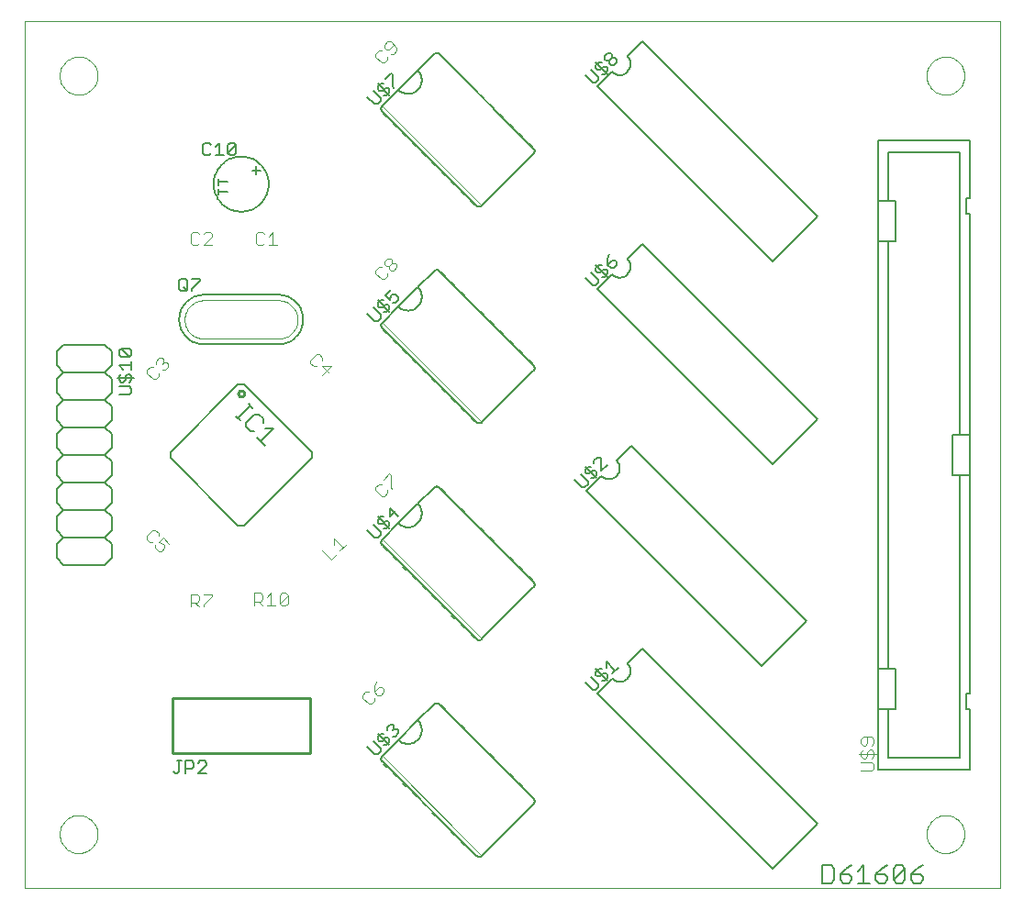
<source format=gto>
G75*
G70*
%OFA0B0*%
%FSLAX24Y24*%
%IPPOS*%
%LPD*%
%AMOC8*
5,1,8,0,0,1.08239X$1,22.5*
%
%ADD10C,0.0000*%
%ADD11C,0.0060*%
%ADD12C,0.0040*%
%ADD13C,0.0020*%
%ADD14C,0.0050*%
%ADD15R,0.0200X0.0050*%
%ADD16C,0.0080*%
%ADD17C,0.0100*%
D10*
X002542Y004117D02*
X002542Y035613D01*
X037975Y035613D01*
X037975Y004117D01*
X002542Y004117D01*
X003822Y006086D02*
X003824Y006138D01*
X003830Y006190D01*
X003840Y006241D01*
X003853Y006291D01*
X003871Y006341D01*
X003892Y006388D01*
X003916Y006434D01*
X003945Y006478D01*
X003976Y006520D01*
X004010Y006559D01*
X004047Y006596D01*
X004087Y006629D01*
X004130Y006660D01*
X004174Y006687D01*
X004220Y006711D01*
X004269Y006731D01*
X004318Y006747D01*
X004369Y006760D01*
X004420Y006769D01*
X004472Y006774D01*
X004524Y006775D01*
X004576Y006772D01*
X004628Y006765D01*
X004679Y006754D01*
X004729Y006740D01*
X004778Y006721D01*
X004825Y006699D01*
X004870Y006674D01*
X004914Y006645D01*
X004955Y006613D01*
X004994Y006578D01*
X005029Y006540D01*
X005062Y006499D01*
X005092Y006457D01*
X005118Y006412D01*
X005141Y006365D01*
X005160Y006316D01*
X005176Y006266D01*
X005188Y006216D01*
X005196Y006164D01*
X005200Y006112D01*
X005200Y006060D01*
X005196Y006008D01*
X005188Y005956D01*
X005176Y005906D01*
X005160Y005856D01*
X005141Y005807D01*
X005118Y005760D01*
X005092Y005715D01*
X005062Y005673D01*
X005029Y005632D01*
X004994Y005594D01*
X004955Y005559D01*
X004914Y005527D01*
X004870Y005498D01*
X004825Y005473D01*
X004778Y005451D01*
X004729Y005432D01*
X004679Y005418D01*
X004628Y005407D01*
X004576Y005400D01*
X004524Y005397D01*
X004472Y005398D01*
X004420Y005403D01*
X004369Y005412D01*
X004318Y005425D01*
X004269Y005441D01*
X004220Y005461D01*
X004174Y005485D01*
X004130Y005512D01*
X004087Y005543D01*
X004047Y005576D01*
X004010Y005613D01*
X003976Y005652D01*
X003945Y005694D01*
X003916Y005738D01*
X003892Y005784D01*
X003871Y005831D01*
X003853Y005881D01*
X003840Y005931D01*
X003830Y005982D01*
X003824Y006034D01*
X003822Y006086D01*
X003822Y033645D02*
X003824Y033697D01*
X003830Y033749D01*
X003840Y033800D01*
X003853Y033850D01*
X003871Y033900D01*
X003892Y033947D01*
X003916Y033993D01*
X003945Y034037D01*
X003976Y034079D01*
X004010Y034118D01*
X004047Y034155D01*
X004087Y034188D01*
X004130Y034219D01*
X004174Y034246D01*
X004220Y034270D01*
X004269Y034290D01*
X004318Y034306D01*
X004369Y034319D01*
X004420Y034328D01*
X004472Y034333D01*
X004524Y034334D01*
X004576Y034331D01*
X004628Y034324D01*
X004679Y034313D01*
X004729Y034299D01*
X004778Y034280D01*
X004825Y034258D01*
X004870Y034233D01*
X004914Y034204D01*
X004955Y034172D01*
X004994Y034137D01*
X005029Y034099D01*
X005062Y034058D01*
X005092Y034016D01*
X005118Y033971D01*
X005141Y033924D01*
X005160Y033875D01*
X005176Y033825D01*
X005188Y033775D01*
X005196Y033723D01*
X005200Y033671D01*
X005200Y033619D01*
X005196Y033567D01*
X005188Y033515D01*
X005176Y033465D01*
X005160Y033415D01*
X005141Y033366D01*
X005118Y033319D01*
X005092Y033274D01*
X005062Y033232D01*
X005029Y033191D01*
X004994Y033153D01*
X004955Y033118D01*
X004914Y033086D01*
X004870Y033057D01*
X004825Y033032D01*
X004778Y033010D01*
X004729Y032991D01*
X004679Y032977D01*
X004628Y032966D01*
X004576Y032959D01*
X004524Y032956D01*
X004472Y032957D01*
X004420Y032962D01*
X004369Y032971D01*
X004318Y032984D01*
X004269Y033000D01*
X004220Y033020D01*
X004174Y033044D01*
X004130Y033071D01*
X004087Y033102D01*
X004047Y033135D01*
X004010Y033172D01*
X003976Y033211D01*
X003945Y033253D01*
X003916Y033297D01*
X003892Y033343D01*
X003871Y033390D01*
X003853Y033440D01*
X003840Y033490D01*
X003830Y033541D01*
X003824Y033593D01*
X003822Y033645D01*
X035318Y033645D02*
X035320Y033697D01*
X035326Y033749D01*
X035336Y033800D01*
X035349Y033850D01*
X035367Y033900D01*
X035388Y033947D01*
X035412Y033993D01*
X035441Y034037D01*
X035472Y034079D01*
X035506Y034118D01*
X035543Y034155D01*
X035583Y034188D01*
X035626Y034219D01*
X035670Y034246D01*
X035716Y034270D01*
X035765Y034290D01*
X035814Y034306D01*
X035865Y034319D01*
X035916Y034328D01*
X035968Y034333D01*
X036020Y034334D01*
X036072Y034331D01*
X036124Y034324D01*
X036175Y034313D01*
X036225Y034299D01*
X036274Y034280D01*
X036321Y034258D01*
X036366Y034233D01*
X036410Y034204D01*
X036451Y034172D01*
X036490Y034137D01*
X036525Y034099D01*
X036558Y034058D01*
X036588Y034016D01*
X036614Y033971D01*
X036637Y033924D01*
X036656Y033875D01*
X036672Y033825D01*
X036684Y033775D01*
X036692Y033723D01*
X036696Y033671D01*
X036696Y033619D01*
X036692Y033567D01*
X036684Y033515D01*
X036672Y033465D01*
X036656Y033415D01*
X036637Y033366D01*
X036614Y033319D01*
X036588Y033274D01*
X036558Y033232D01*
X036525Y033191D01*
X036490Y033153D01*
X036451Y033118D01*
X036410Y033086D01*
X036366Y033057D01*
X036321Y033032D01*
X036274Y033010D01*
X036225Y032991D01*
X036175Y032977D01*
X036124Y032966D01*
X036072Y032959D01*
X036020Y032956D01*
X035968Y032957D01*
X035916Y032962D01*
X035865Y032971D01*
X035814Y032984D01*
X035765Y033000D01*
X035716Y033020D01*
X035670Y033044D01*
X035626Y033071D01*
X035583Y033102D01*
X035543Y033135D01*
X035506Y033172D01*
X035472Y033211D01*
X035441Y033253D01*
X035412Y033297D01*
X035388Y033343D01*
X035367Y033390D01*
X035349Y033440D01*
X035336Y033490D01*
X035326Y033541D01*
X035320Y033593D01*
X035318Y033645D01*
X035318Y006086D02*
X035320Y006138D01*
X035326Y006190D01*
X035336Y006241D01*
X035349Y006291D01*
X035367Y006341D01*
X035388Y006388D01*
X035412Y006434D01*
X035441Y006478D01*
X035472Y006520D01*
X035506Y006559D01*
X035543Y006596D01*
X035583Y006629D01*
X035626Y006660D01*
X035670Y006687D01*
X035716Y006711D01*
X035765Y006731D01*
X035814Y006747D01*
X035865Y006760D01*
X035916Y006769D01*
X035968Y006774D01*
X036020Y006775D01*
X036072Y006772D01*
X036124Y006765D01*
X036175Y006754D01*
X036225Y006740D01*
X036274Y006721D01*
X036321Y006699D01*
X036366Y006674D01*
X036410Y006645D01*
X036451Y006613D01*
X036490Y006578D01*
X036525Y006540D01*
X036558Y006499D01*
X036588Y006457D01*
X036614Y006412D01*
X036637Y006365D01*
X036656Y006316D01*
X036672Y006266D01*
X036684Y006216D01*
X036692Y006164D01*
X036696Y006112D01*
X036696Y006060D01*
X036692Y006008D01*
X036684Y005956D01*
X036672Y005906D01*
X036656Y005856D01*
X036637Y005807D01*
X036614Y005760D01*
X036588Y005715D01*
X036558Y005673D01*
X036525Y005632D01*
X036490Y005594D01*
X036451Y005559D01*
X036410Y005527D01*
X036366Y005498D01*
X036321Y005473D01*
X036274Y005451D01*
X036225Y005432D01*
X036175Y005418D01*
X036124Y005407D01*
X036072Y005400D01*
X036020Y005397D01*
X035968Y005398D01*
X035916Y005403D01*
X035865Y005412D01*
X035814Y005425D01*
X035765Y005441D01*
X035716Y005461D01*
X035670Y005485D01*
X035626Y005512D01*
X035583Y005543D01*
X035543Y005576D01*
X035506Y005613D01*
X035472Y005652D01*
X035441Y005694D01*
X035412Y005738D01*
X035388Y005784D01*
X035367Y005831D01*
X035349Y005881D01*
X035336Y005931D01*
X035326Y005982D01*
X035320Y006034D01*
X035318Y006086D01*
D11*
X035182Y004948D02*
X034968Y004841D01*
X034755Y004627D01*
X035075Y004627D01*
X035182Y004521D01*
X035182Y004414D01*
X035075Y004307D01*
X034862Y004307D01*
X034755Y004414D01*
X034755Y004627D01*
X034537Y004414D02*
X034431Y004307D01*
X034217Y004307D01*
X034110Y004414D01*
X034537Y004841D01*
X034537Y004414D01*
X034110Y004414D02*
X034110Y004841D01*
X034217Y004948D01*
X034431Y004948D01*
X034537Y004841D01*
X033893Y004948D02*
X033679Y004841D01*
X033466Y004627D01*
X033786Y004627D01*
X033893Y004521D01*
X033893Y004414D01*
X033786Y004307D01*
X033573Y004307D01*
X033466Y004414D01*
X033466Y004627D01*
X033248Y004307D02*
X032821Y004307D01*
X033035Y004307D02*
X033035Y004948D01*
X032821Y004734D01*
X032604Y004521D02*
X032497Y004627D01*
X032177Y004627D01*
X032177Y004414D01*
X032284Y004307D01*
X032497Y004307D01*
X032604Y004414D01*
X032604Y004521D01*
X032390Y004841D02*
X032177Y004627D01*
X032390Y004841D02*
X032604Y004948D01*
X031959Y004841D02*
X031959Y004414D01*
X031852Y004307D01*
X031532Y004307D01*
X031532Y004948D01*
X031852Y004948D01*
X031959Y004841D01*
X031341Y006473D02*
X029714Y004846D01*
X023350Y011210D01*
X023881Y011741D01*
X023880Y011740D02*
X023909Y011714D01*
X023941Y011690D01*
X023974Y011670D01*
X024010Y011653D01*
X024047Y011640D01*
X024085Y011631D01*
X024124Y011625D01*
X024163Y011623D01*
X024202Y011625D01*
X024241Y011631D01*
X024279Y011640D01*
X024316Y011653D01*
X024352Y011670D01*
X024385Y011690D01*
X024417Y011714D01*
X024446Y011740D01*
X024472Y011769D01*
X024496Y011801D01*
X024516Y011834D01*
X024533Y011870D01*
X024546Y011907D01*
X024555Y011945D01*
X024561Y011984D01*
X024563Y012023D01*
X024561Y012062D01*
X024555Y012101D01*
X024546Y012139D01*
X024533Y012176D01*
X024516Y012212D01*
X024496Y012245D01*
X024472Y012277D01*
X024446Y012306D01*
X024977Y012837D01*
X031341Y006473D01*
X029320Y012208D02*
X030947Y013835D01*
X024583Y020199D01*
X024053Y019668D01*
X024053Y019669D02*
X024079Y019640D01*
X024103Y019608D01*
X024123Y019575D01*
X024140Y019539D01*
X024153Y019502D01*
X024162Y019464D01*
X024168Y019425D01*
X024170Y019386D01*
X024168Y019347D01*
X024162Y019308D01*
X024153Y019270D01*
X024140Y019233D01*
X024123Y019197D01*
X024103Y019164D01*
X024079Y019132D01*
X024053Y019103D01*
X024024Y019077D01*
X023992Y019053D01*
X023959Y019033D01*
X023923Y019016D01*
X023886Y019003D01*
X023848Y018994D01*
X023809Y018988D01*
X023770Y018986D01*
X023731Y018988D01*
X023692Y018994D01*
X023654Y019003D01*
X023617Y019016D01*
X023581Y019033D01*
X023548Y019053D01*
X023516Y019077D01*
X023487Y019103D01*
X022956Y018572D01*
X029320Y012208D01*
X029714Y019531D02*
X031341Y021158D01*
X024977Y027522D01*
X024446Y026991D01*
X024472Y026962D01*
X024496Y026930D01*
X024516Y026897D01*
X024533Y026861D01*
X024546Y026824D01*
X024555Y026786D01*
X024561Y026747D01*
X024563Y026708D01*
X024561Y026669D01*
X024555Y026630D01*
X024546Y026592D01*
X024533Y026555D01*
X024516Y026519D01*
X024496Y026486D01*
X024472Y026454D01*
X024446Y026425D01*
X024417Y026399D01*
X024385Y026375D01*
X024352Y026355D01*
X024316Y026338D01*
X024279Y026325D01*
X024241Y026316D01*
X024202Y026310D01*
X024163Y026308D01*
X024124Y026310D01*
X024085Y026316D01*
X024047Y026325D01*
X024010Y026338D01*
X023974Y026355D01*
X023941Y026375D01*
X023909Y026399D01*
X023880Y026425D01*
X023881Y026426D02*
X023350Y025895D01*
X029714Y019531D01*
X029714Y026894D02*
X031341Y028520D01*
X024977Y034884D01*
X024446Y034353D01*
X024446Y034354D02*
X024472Y034325D01*
X024496Y034293D01*
X024516Y034260D01*
X024533Y034224D01*
X024546Y034187D01*
X024555Y034149D01*
X024561Y034110D01*
X024563Y034071D01*
X024561Y034032D01*
X024555Y033993D01*
X024546Y033955D01*
X024533Y033918D01*
X024516Y033882D01*
X024496Y033849D01*
X024472Y033817D01*
X024446Y033788D01*
X024417Y033762D01*
X024385Y033738D01*
X024352Y033718D01*
X024316Y033701D01*
X024279Y033688D01*
X024241Y033679D01*
X024202Y033673D01*
X024163Y033671D01*
X024124Y033673D01*
X024085Y033679D01*
X024047Y033688D01*
X024010Y033701D01*
X023974Y033718D01*
X023941Y033738D01*
X023909Y033762D01*
X023880Y033788D01*
X023881Y033788D02*
X023350Y033257D01*
X029714Y026894D01*
X021034Y023137D02*
X017626Y026546D01*
X017625Y026546D02*
X017607Y026561D01*
X017587Y026574D01*
X017565Y026583D01*
X017542Y026588D01*
X017519Y026590D01*
X017496Y026588D01*
X017473Y026583D01*
X017451Y026574D01*
X017431Y026561D01*
X017413Y026546D01*
X016834Y025966D01*
X016126Y025259D01*
X015547Y024679D01*
X015532Y024661D01*
X015519Y024641D01*
X015510Y024619D01*
X015505Y024596D01*
X015503Y024573D01*
X015505Y024550D01*
X015510Y024527D01*
X015519Y024505D01*
X015532Y024485D01*
X015547Y024467D01*
X018955Y021058D01*
X018955Y021059D02*
X018973Y021044D01*
X018993Y021031D01*
X019015Y021022D01*
X019038Y021017D01*
X019061Y021015D01*
X019084Y021017D01*
X019107Y021022D01*
X019129Y021031D01*
X019149Y021044D01*
X019167Y021059D01*
X019167Y021058D02*
X021034Y022925D01*
X021049Y022943D01*
X021062Y022963D01*
X021071Y022985D01*
X021076Y023008D01*
X021078Y023031D01*
X021076Y023054D01*
X021071Y023077D01*
X021062Y023099D01*
X021049Y023119D01*
X021034Y023137D01*
X016834Y025966D02*
X016863Y025933D01*
X016890Y025899D01*
X016913Y025862D01*
X016933Y025823D01*
X016950Y025783D01*
X016963Y025741D01*
X016972Y025699D01*
X016978Y025656D01*
X016980Y025612D01*
X016978Y025568D01*
X016972Y025525D01*
X016963Y025483D01*
X016950Y025441D01*
X016933Y025401D01*
X016913Y025362D01*
X016890Y025325D01*
X016863Y025291D01*
X016834Y025258D01*
X016801Y025229D01*
X016767Y025202D01*
X016730Y025179D01*
X016691Y025159D01*
X016651Y025142D01*
X016609Y025129D01*
X016567Y025120D01*
X016524Y025114D01*
X016480Y025112D01*
X016436Y025114D01*
X016393Y025120D01*
X016351Y025129D01*
X016309Y025142D01*
X016269Y025159D01*
X016230Y025179D01*
X016193Y025202D01*
X016159Y025229D01*
X016126Y025258D01*
X011766Y025686D02*
X009066Y025686D01*
X009007Y025684D01*
X008949Y025678D01*
X008890Y025669D01*
X008833Y025655D01*
X008777Y025638D01*
X008722Y025617D01*
X008668Y025593D01*
X008616Y025565D01*
X008566Y025534D01*
X008518Y025500D01*
X008473Y025463D01*
X008430Y025422D01*
X008389Y025379D01*
X008352Y025334D01*
X008318Y025286D01*
X008287Y025236D01*
X008259Y025184D01*
X008235Y025130D01*
X008214Y025075D01*
X008197Y025019D01*
X008183Y024962D01*
X008174Y024903D01*
X008168Y024845D01*
X008166Y024786D01*
X008168Y024727D01*
X008174Y024669D01*
X008183Y024610D01*
X008197Y024553D01*
X008214Y024497D01*
X008235Y024442D01*
X008259Y024388D01*
X008287Y024336D01*
X008318Y024286D01*
X008352Y024238D01*
X008389Y024193D01*
X008430Y024150D01*
X008473Y024109D01*
X008518Y024072D01*
X008566Y024038D01*
X008616Y024007D01*
X008668Y023979D01*
X008722Y023955D01*
X008777Y023934D01*
X008833Y023917D01*
X008890Y023903D01*
X008949Y023894D01*
X009007Y023888D01*
X009066Y023886D01*
X011766Y023886D01*
X011825Y023888D01*
X011883Y023894D01*
X011942Y023903D01*
X011999Y023917D01*
X012055Y023934D01*
X012110Y023955D01*
X012164Y023979D01*
X012216Y024007D01*
X012266Y024038D01*
X012314Y024072D01*
X012359Y024109D01*
X012402Y024150D01*
X012443Y024193D01*
X012480Y024238D01*
X012514Y024286D01*
X012545Y024336D01*
X012573Y024388D01*
X012597Y024442D01*
X012618Y024497D01*
X012635Y024553D01*
X012649Y024610D01*
X012658Y024669D01*
X012664Y024727D01*
X012666Y024786D01*
X012664Y024845D01*
X012658Y024903D01*
X012649Y024962D01*
X012635Y025019D01*
X012618Y025075D01*
X012597Y025130D01*
X012573Y025184D01*
X012545Y025236D01*
X012514Y025286D01*
X012480Y025334D01*
X012443Y025379D01*
X012402Y025422D01*
X012359Y025463D01*
X012314Y025500D01*
X012266Y025534D01*
X012216Y025565D01*
X012164Y025593D01*
X012110Y025617D01*
X012055Y025638D01*
X011999Y025655D01*
X011942Y025669D01*
X011883Y025678D01*
X011825Y025684D01*
X011766Y025686D01*
X009416Y029708D02*
X009418Y029771D01*
X009424Y029833D01*
X009434Y029895D01*
X009447Y029957D01*
X009465Y030017D01*
X009486Y030076D01*
X009511Y030134D01*
X009540Y030190D01*
X009572Y030244D01*
X009607Y030296D01*
X009645Y030345D01*
X009687Y030393D01*
X009731Y030437D01*
X009779Y030479D01*
X009828Y030517D01*
X009880Y030552D01*
X009934Y030584D01*
X009990Y030613D01*
X010048Y030638D01*
X010107Y030659D01*
X010167Y030677D01*
X010229Y030690D01*
X010291Y030700D01*
X010353Y030706D01*
X010416Y030708D01*
X010479Y030706D01*
X010541Y030700D01*
X010603Y030690D01*
X010665Y030677D01*
X010725Y030659D01*
X010784Y030638D01*
X010842Y030613D01*
X010898Y030584D01*
X010952Y030552D01*
X011004Y030517D01*
X011053Y030479D01*
X011101Y030437D01*
X011145Y030393D01*
X011187Y030345D01*
X011225Y030296D01*
X011260Y030244D01*
X011292Y030190D01*
X011321Y030134D01*
X011346Y030076D01*
X011367Y030017D01*
X011385Y029957D01*
X011398Y029895D01*
X011408Y029833D01*
X011414Y029771D01*
X011416Y029708D01*
X011414Y029645D01*
X011408Y029583D01*
X011398Y029521D01*
X011385Y029459D01*
X011367Y029399D01*
X011346Y029340D01*
X011321Y029282D01*
X011292Y029226D01*
X011260Y029172D01*
X011225Y029120D01*
X011187Y029071D01*
X011145Y029023D01*
X011101Y028979D01*
X011053Y028937D01*
X011004Y028899D01*
X010952Y028864D01*
X010898Y028832D01*
X010842Y028803D01*
X010784Y028778D01*
X010725Y028757D01*
X010665Y028739D01*
X010603Y028726D01*
X010541Y028716D01*
X010479Y028710D01*
X010416Y028708D01*
X010353Y028710D01*
X010291Y028716D01*
X010229Y028726D01*
X010167Y028739D01*
X010107Y028757D01*
X010048Y028778D01*
X009990Y028803D01*
X009934Y028832D01*
X009880Y028864D01*
X009828Y028899D01*
X009779Y028937D01*
X009731Y028979D01*
X009687Y029023D01*
X009645Y029071D01*
X009607Y029120D01*
X009572Y029172D01*
X009540Y029226D01*
X009511Y029282D01*
X009486Y029340D01*
X009465Y029399D01*
X009447Y029459D01*
X009434Y029521D01*
X009424Y029583D01*
X009418Y029645D01*
X009416Y029708D01*
X010816Y030208D02*
X011116Y030208D01*
X010966Y030058D02*
X010966Y030358D01*
X015547Y032341D02*
X018955Y028932D01*
X018955Y028933D02*
X018973Y028918D01*
X018993Y028905D01*
X019015Y028896D01*
X019038Y028891D01*
X019061Y028889D01*
X019084Y028891D01*
X019107Y028896D01*
X019129Y028905D01*
X019149Y028918D01*
X019167Y028933D01*
X019167Y028932D02*
X021034Y030799D01*
X021049Y030817D01*
X021062Y030837D01*
X021071Y030859D01*
X021076Y030882D01*
X021078Y030905D01*
X021076Y030928D01*
X021071Y030951D01*
X021062Y030973D01*
X021049Y030993D01*
X021034Y031011D01*
X017626Y034420D01*
X017625Y034420D02*
X017607Y034435D01*
X017587Y034448D01*
X017565Y034457D01*
X017542Y034462D01*
X017519Y034464D01*
X017496Y034462D01*
X017473Y034457D01*
X017451Y034448D01*
X017431Y034435D01*
X017413Y034420D01*
X016834Y033840D01*
X016126Y033133D01*
X015547Y032553D01*
X015532Y032535D01*
X015519Y032515D01*
X015510Y032493D01*
X015505Y032470D01*
X015503Y032447D01*
X015505Y032424D01*
X015510Y032401D01*
X015519Y032379D01*
X015532Y032359D01*
X015547Y032341D01*
X016126Y033132D02*
X016159Y033103D01*
X016193Y033076D01*
X016230Y033053D01*
X016269Y033033D01*
X016309Y033016D01*
X016351Y033003D01*
X016393Y032994D01*
X016436Y032988D01*
X016480Y032986D01*
X016524Y032988D01*
X016567Y032994D01*
X016609Y033003D01*
X016651Y033016D01*
X016691Y033033D01*
X016730Y033053D01*
X016767Y033076D01*
X016801Y033103D01*
X016834Y033132D01*
X016863Y033165D01*
X016890Y033199D01*
X016913Y033236D01*
X016933Y033275D01*
X016950Y033315D01*
X016963Y033357D01*
X016972Y033399D01*
X016978Y033442D01*
X016980Y033486D01*
X016978Y033530D01*
X016972Y033573D01*
X016963Y033615D01*
X016950Y033657D01*
X016933Y033697D01*
X016913Y033736D01*
X016890Y033773D01*
X016863Y033807D01*
X016834Y033840D01*
X005708Y023615D02*
X005708Y023115D01*
X005458Y022865D01*
X003958Y022865D01*
X003708Y022615D01*
X003708Y022115D01*
X003958Y021865D01*
X005458Y021865D01*
X005708Y021615D01*
X005708Y021115D01*
X005458Y020865D01*
X003958Y020865D01*
X003708Y020615D01*
X003708Y020115D01*
X003958Y019865D01*
X005458Y019865D01*
X005708Y019615D01*
X005708Y019115D01*
X005458Y018865D01*
X003958Y018865D01*
X003708Y018615D01*
X003708Y018115D01*
X003958Y017865D01*
X005458Y017865D01*
X005708Y017615D01*
X005708Y017115D01*
X005458Y016865D01*
X005708Y016615D01*
X005708Y016115D01*
X005458Y015865D01*
X003958Y015865D01*
X003708Y016115D01*
X003708Y016615D01*
X003958Y016865D01*
X005458Y016865D01*
X005458Y017865D02*
X005708Y018115D01*
X005708Y018615D01*
X005458Y018865D01*
X005458Y019865D02*
X005708Y020115D01*
X005708Y020615D01*
X005458Y020865D01*
X005458Y021865D02*
X005708Y022115D01*
X005708Y022615D01*
X005458Y022865D01*
X005708Y023615D02*
X005458Y023865D01*
X003958Y023865D01*
X003708Y023615D01*
X003708Y023115D01*
X003958Y022865D01*
X003958Y021865D02*
X003708Y021615D01*
X003708Y021115D01*
X003958Y020865D01*
X003958Y019865D02*
X003708Y019615D01*
X003708Y019115D01*
X003958Y018865D01*
X003958Y017865D02*
X003708Y017615D01*
X003708Y017115D01*
X003958Y016865D01*
X010223Y021270D02*
X010374Y021119D01*
X010298Y021195D02*
X010751Y021648D01*
X010675Y021723D02*
X010826Y021572D01*
X010904Y021344D02*
X010602Y021042D01*
X010602Y020891D01*
X010753Y020740D01*
X010904Y020740D01*
X010982Y020511D02*
X011284Y020209D01*
X011133Y020360D02*
X011586Y020813D01*
X011284Y020813D01*
X011206Y021042D02*
X011206Y021193D01*
X011055Y021344D01*
X010904Y021344D01*
X015547Y016805D02*
X016126Y017385D01*
X016834Y018092D01*
X017413Y018672D01*
X017431Y018687D01*
X017451Y018700D01*
X017473Y018709D01*
X017496Y018714D01*
X017519Y018716D01*
X017542Y018714D01*
X017565Y018709D01*
X017587Y018700D01*
X017607Y018687D01*
X017625Y018672D01*
X017626Y018672D02*
X021034Y015263D01*
X021049Y015245D01*
X021062Y015225D01*
X021071Y015203D01*
X021076Y015180D01*
X021078Y015157D01*
X021076Y015134D01*
X021071Y015111D01*
X021062Y015089D01*
X021049Y015069D01*
X021034Y015051D01*
X019167Y013184D01*
X019167Y013185D02*
X019149Y013170D01*
X019129Y013157D01*
X019107Y013148D01*
X019084Y013143D01*
X019061Y013141D01*
X019038Y013143D01*
X019015Y013148D01*
X018993Y013157D01*
X018973Y013170D01*
X018955Y013185D01*
X018955Y013184D02*
X015547Y016593D01*
X015532Y016611D01*
X015519Y016631D01*
X015510Y016653D01*
X015505Y016676D01*
X015503Y016699D01*
X015505Y016722D01*
X015510Y016745D01*
X015519Y016767D01*
X015532Y016787D01*
X015547Y016805D01*
X016126Y017384D02*
X016159Y017355D01*
X016193Y017328D01*
X016230Y017305D01*
X016269Y017285D01*
X016309Y017268D01*
X016351Y017255D01*
X016393Y017246D01*
X016436Y017240D01*
X016480Y017238D01*
X016524Y017240D01*
X016567Y017246D01*
X016609Y017255D01*
X016651Y017268D01*
X016691Y017285D01*
X016730Y017305D01*
X016767Y017328D01*
X016801Y017355D01*
X016834Y017384D01*
X016863Y017417D01*
X016890Y017451D01*
X016913Y017488D01*
X016933Y017527D01*
X016950Y017567D01*
X016963Y017609D01*
X016972Y017651D01*
X016978Y017694D01*
X016980Y017738D01*
X016978Y017782D01*
X016972Y017825D01*
X016963Y017867D01*
X016950Y017909D01*
X016933Y017949D01*
X016913Y017988D01*
X016890Y018025D01*
X016863Y018059D01*
X016834Y018092D01*
X017413Y010798D02*
X016834Y010218D01*
X016126Y009511D01*
X015547Y008931D01*
X015532Y008913D01*
X015519Y008893D01*
X015510Y008871D01*
X015505Y008848D01*
X015503Y008825D01*
X015505Y008802D01*
X015510Y008779D01*
X015519Y008757D01*
X015532Y008737D01*
X015547Y008719D01*
X018955Y005310D01*
X018955Y005311D02*
X018973Y005296D01*
X018993Y005283D01*
X019015Y005274D01*
X019038Y005269D01*
X019061Y005267D01*
X019084Y005269D01*
X019107Y005274D01*
X019129Y005283D01*
X019149Y005296D01*
X019167Y005311D01*
X019167Y005310D02*
X021034Y007177D01*
X021049Y007195D01*
X021062Y007215D01*
X021071Y007237D01*
X021076Y007260D01*
X021078Y007283D01*
X021076Y007306D01*
X021071Y007329D01*
X021062Y007351D01*
X021049Y007371D01*
X021034Y007389D01*
X017626Y010798D01*
X017625Y010798D02*
X017607Y010813D01*
X017587Y010826D01*
X017565Y010835D01*
X017542Y010840D01*
X017519Y010842D01*
X017496Y010840D01*
X017473Y010835D01*
X017451Y010826D01*
X017431Y010813D01*
X017413Y010798D01*
X016834Y010218D02*
X016863Y010185D01*
X016890Y010151D01*
X016913Y010114D01*
X016933Y010075D01*
X016950Y010035D01*
X016963Y009993D01*
X016972Y009951D01*
X016978Y009908D01*
X016980Y009864D01*
X016978Y009820D01*
X016972Y009777D01*
X016963Y009735D01*
X016950Y009693D01*
X016933Y009653D01*
X016913Y009614D01*
X016890Y009577D01*
X016863Y009543D01*
X016834Y009510D01*
X016801Y009481D01*
X016767Y009454D01*
X016730Y009431D01*
X016691Y009411D01*
X016651Y009394D01*
X016609Y009381D01*
X016567Y009372D01*
X016524Y009366D01*
X016480Y009364D01*
X016436Y009366D01*
X016393Y009372D01*
X016351Y009381D01*
X016309Y009394D01*
X016269Y009411D01*
X016230Y009431D01*
X016193Y009454D01*
X016159Y009481D01*
X016126Y009510D01*
D12*
X015149Y010819D02*
X015257Y010927D01*
X015257Y011036D01*
X015366Y011144D02*
X015474Y011144D01*
X015583Y011253D01*
X015583Y011361D01*
X015529Y011416D01*
X015420Y011416D01*
X015257Y011253D01*
X015366Y011144D01*
X015257Y011253D02*
X015257Y011470D01*
X015312Y011633D01*
X015040Y011253D02*
X014932Y011253D01*
X014823Y011144D01*
X014823Y011036D01*
X015040Y010819D01*
X015149Y010819D01*
X012038Y014390D02*
X011885Y014390D01*
X011808Y014466D01*
X012115Y014773D01*
X012115Y014466D01*
X012038Y014390D01*
X011808Y014466D02*
X011808Y014773D01*
X011885Y014850D01*
X012038Y014850D01*
X012115Y014773D01*
X011655Y014390D02*
X011348Y014390D01*
X011501Y014390D02*
X011501Y014850D01*
X011348Y014696D01*
X011194Y014620D02*
X011118Y014543D01*
X010887Y014543D01*
X010887Y014390D02*
X010887Y014850D01*
X011118Y014850D01*
X011194Y014773D01*
X011194Y014620D01*
X011041Y014543D02*
X011194Y014390D01*
X009352Y014733D02*
X009045Y014426D01*
X009045Y014350D01*
X008891Y014350D02*
X008738Y014503D01*
X008815Y014503D02*
X008584Y014503D01*
X008584Y014350D02*
X008584Y014810D01*
X008815Y014810D01*
X008891Y014733D01*
X008891Y014580D01*
X008815Y014503D01*
X009045Y014810D02*
X009352Y014810D01*
X009352Y014733D01*
X007631Y016480D02*
X007522Y016371D01*
X007414Y016371D01*
X007305Y016480D01*
X007305Y016588D01*
X007197Y016697D02*
X007088Y016697D01*
X006980Y016805D01*
X006980Y016914D01*
X007197Y017131D01*
X007305Y017131D01*
X007414Y017022D01*
X007414Y016914D01*
X007577Y016860D02*
X007414Y016697D01*
X007577Y016643D01*
X007631Y016588D01*
X007631Y016480D01*
X007794Y016643D02*
X007577Y016860D01*
X013349Y016380D02*
X013675Y016054D01*
X013892Y016271D01*
X014000Y016380D02*
X014217Y016597D01*
X014109Y016488D02*
X013783Y016814D01*
X013783Y016597D01*
X015520Y018373D02*
X015629Y018373D01*
X015737Y018481D01*
X015737Y018590D01*
X015846Y018698D02*
X015900Y018644D01*
X015846Y018698D02*
X015846Y019132D01*
X015792Y019187D01*
X015574Y018970D01*
X015520Y018807D02*
X015412Y018807D01*
X015303Y018698D01*
X015303Y018590D01*
X015520Y018373D01*
X013367Y022760D02*
X013693Y023085D01*
X013367Y023085D01*
X013584Y022868D01*
X013150Y023085D02*
X013042Y023085D01*
X012933Y023194D01*
X012933Y023302D01*
X013150Y023519D01*
X013259Y023519D01*
X013367Y023411D01*
X013367Y023302D01*
X015520Y026247D02*
X015629Y026247D01*
X015737Y026355D01*
X015737Y026464D01*
X015846Y026572D02*
X015792Y026627D01*
X015792Y026735D01*
X015900Y026844D01*
X016009Y026844D01*
X016063Y026789D01*
X016063Y026681D01*
X015954Y026572D01*
X015846Y026572D01*
X015792Y026735D02*
X015683Y026735D01*
X015629Y026789D01*
X015629Y026898D01*
X015737Y027006D01*
X015846Y027006D01*
X015900Y026952D01*
X015900Y026844D01*
X015520Y026681D02*
X015412Y026681D01*
X015303Y026572D01*
X015303Y026464D01*
X015520Y026247D01*
X011714Y027502D02*
X011407Y027502D01*
X011560Y027502D02*
X011560Y027962D01*
X011407Y027809D01*
X011253Y027885D02*
X011177Y027962D01*
X011023Y027962D01*
X010947Y027885D01*
X010947Y027578D01*
X011023Y027502D01*
X011177Y027502D01*
X011253Y027578D01*
X009352Y027502D02*
X009045Y027502D01*
X009352Y027809D01*
X009352Y027885D01*
X009275Y027962D01*
X009121Y027962D01*
X009045Y027885D01*
X008891Y027885D02*
X008815Y027962D01*
X008661Y027962D01*
X008584Y027885D01*
X008584Y027578D01*
X008661Y027502D01*
X008815Y027502D01*
X008891Y027578D01*
X007544Y023382D02*
X007599Y023327D01*
X007599Y023219D01*
X007707Y023219D01*
X007761Y023165D01*
X007761Y023056D01*
X007653Y022948D01*
X007544Y022948D01*
X007436Y022839D02*
X007436Y022731D01*
X007327Y022622D01*
X007219Y022622D01*
X007002Y022839D01*
X007002Y022948D01*
X007110Y023056D01*
X007219Y023056D01*
X007327Y023165D02*
X007327Y023273D01*
X007436Y023382D01*
X007544Y023382D01*
X007599Y023219D02*
X007544Y023165D01*
X015520Y034121D02*
X015303Y034338D01*
X015303Y034446D01*
X015412Y034555D01*
X015520Y034555D01*
X015629Y034663D02*
X015683Y034609D01*
X015792Y034609D01*
X015954Y034772D01*
X015846Y034880D02*
X016063Y034663D01*
X016063Y034555D01*
X015954Y034446D01*
X015846Y034446D01*
X015737Y034338D02*
X015737Y034229D01*
X015629Y034121D01*
X015520Y034121D01*
X015629Y034663D02*
X015629Y034772D01*
X015737Y034880D01*
X015846Y034880D01*
X033016Y009613D02*
X032939Y009536D01*
X032939Y009383D01*
X033016Y009306D01*
X033092Y009306D01*
X033169Y009383D01*
X033169Y009613D01*
X033016Y009613D02*
X033323Y009613D01*
X033399Y009536D01*
X033399Y009383D01*
X033323Y009306D01*
X033323Y009152D02*
X033246Y009152D01*
X033169Y009076D01*
X033169Y008922D01*
X033092Y008845D01*
X033016Y008845D01*
X032939Y008922D01*
X032939Y009076D01*
X033016Y009152D01*
X032862Y008999D02*
X033476Y008999D01*
X033399Y009076D02*
X033323Y009152D01*
X033399Y009076D02*
X033399Y008922D01*
X033323Y008845D01*
X033323Y008692D02*
X032939Y008692D01*
X032939Y008385D02*
X033323Y008385D01*
X033399Y008462D01*
X033399Y008615D01*
X033323Y008692D01*
D13*
X019153Y005310D02*
X015547Y008917D01*
X019153Y013184D02*
X015547Y016791D01*
X019153Y021058D02*
X015547Y024665D01*
X011766Y024086D02*
X011817Y024088D01*
X011868Y024093D01*
X011918Y024103D01*
X011968Y024116D01*
X012016Y024132D01*
X012063Y024152D01*
X012109Y024176D01*
X012152Y024202D01*
X012194Y024232D01*
X012233Y024265D01*
X012270Y024300D01*
X012304Y024338D01*
X012335Y024379D01*
X012364Y024421D01*
X012389Y024466D01*
X012410Y024512D01*
X012429Y024560D01*
X012443Y024609D01*
X012454Y024659D01*
X012462Y024709D01*
X012466Y024760D01*
X012466Y024812D01*
X012462Y024863D01*
X012454Y024913D01*
X012443Y024963D01*
X012429Y025012D01*
X012410Y025060D01*
X012389Y025106D01*
X012364Y025151D01*
X012335Y025193D01*
X012304Y025234D01*
X012270Y025272D01*
X012233Y025307D01*
X012194Y025340D01*
X012152Y025370D01*
X012109Y025396D01*
X012063Y025420D01*
X012016Y025440D01*
X011968Y025456D01*
X011918Y025469D01*
X011868Y025479D01*
X011817Y025484D01*
X011766Y025486D01*
X009066Y025486D01*
X009015Y025484D01*
X008964Y025479D01*
X008914Y025469D01*
X008864Y025456D01*
X008816Y025440D01*
X008769Y025420D01*
X008723Y025396D01*
X008680Y025370D01*
X008638Y025340D01*
X008599Y025307D01*
X008562Y025272D01*
X008528Y025234D01*
X008497Y025193D01*
X008468Y025151D01*
X008443Y025106D01*
X008422Y025060D01*
X008403Y025012D01*
X008389Y024963D01*
X008378Y024913D01*
X008370Y024863D01*
X008366Y024812D01*
X008366Y024760D01*
X008370Y024709D01*
X008378Y024659D01*
X008389Y024609D01*
X008403Y024560D01*
X008422Y024512D01*
X008443Y024466D01*
X008468Y024421D01*
X008497Y024379D01*
X008528Y024338D01*
X008562Y024300D01*
X008599Y024265D01*
X008638Y024232D01*
X008680Y024202D01*
X008723Y024176D01*
X008769Y024152D01*
X008816Y024132D01*
X008864Y024116D01*
X008914Y024103D01*
X008964Y024093D01*
X009015Y024088D01*
X009066Y024086D01*
X011766Y024086D01*
X019153Y028932D02*
X015547Y032539D01*
D14*
X015373Y032613D02*
X015480Y032719D01*
X015480Y032825D01*
X015214Y033091D01*
X015381Y033151D02*
X015381Y033257D01*
X015487Y033363D01*
X015593Y033363D01*
X015646Y033204D02*
X015540Y033098D01*
X015434Y033098D01*
X015381Y033151D01*
X015381Y033363D02*
X015805Y032939D01*
X015805Y033045D02*
X015805Y033151D01*
X015752Y033204D01*
X015646Y033204D01*
X015805Y033045D02*
X015699Y032939D01*
X015593Y032939D01*
X015373Y032613D02*
X015267Y032613D01*
X015002Y032878D01*
X015653Y033530D02*
X015865Y033742D01*
X015918Y033689D01*
X015918Y033264D01*
X015971Y033211D01*
X010238Y031131D02*
X009937Y030831D01*
X010013Y030756D01*
X010163Y030756D01*
X010238Y030831D01*
X010238Y031131D01*
X010163Y031206D01*
X010013Y031206D01*
X009937Y031131D01*
X009937Y030831D01*
X009777Y030756D02*
X009477Y030756D01*
X009627Y030756D02*
X009627Y031206D01*
X009477Y031056D01*
X009317Y031131D02*
X009242Y031206D01*
X009092Y031206D01*
X009017Y031131D01*
X009017Y030831D01*
X009092Y030756D01*
X009242Y030756D01*
X009317Y030831D01*
X009591Y029900D02*
X009591Y029673D01*
X009591Y029787D02*
X009931Y029787D01*
X009931Y029428D02*
X009591Y029428D01*
X009591Y029541D02*
X009591Y029314D01*
X008921Y026272D02*
X008921Y026197D01*
X008621Y025896D01*
X008621Y025821D01*
X008461Y025821D02*
X008311Y025971D01*
X008461Y025896D02*
X008386Y025821D01*
X008235Y025821D01*
X008160Y025896D01*
X008160Y026197D01*
X008235Y026272D01*
X008386Y026272D01*
X008461Y026197D01*
X008461Y025896D01*
X008621Y026272D02*
X008921Y026272D01*
X006357Y023730D02*
X006433Y023655D01*
X006433Y023505D01*
X006357Y023430D01*
X006057Y023730D01*
X006357Y023730D01*
X006057Y023730D02*
X005982Y023655D01*
X005982Y023505D01*
X006057Y023430D01*
X006357Y023430D01*
X006433Y023270D02*
X006433Y022969D01*
X006433Y023119D02*
X005982Y023119D01*
X006132Y022969D01*
X006057Y022809D02*
X005982Y022734D01*
X005982Y022584D01*
X006057Y022509D01*
X006132Y022509D01*
X006207Y022584D01*
X006207Y022734D01*
X006282Y022809D01*
X006357Y022809D01*
X006433Y022734D01*
X006433Y022584D01*
X006357Y022509D01*
X006357Y022349D02*
X005982Y022349D01*
X005982Y022048D02*
X006357Y022048D01*
X006433Y022124D01*
X006433Y022274D01*
X006357Y022349D01*
X006508Y022659D02*
X005907Y022659D01*
X015002Y025004D02*
X015267Y024739D01*
X015373Y024739D01*
X015480Y024845D01*
X015480Y024951D01*
X015214Y025217D01*
X015381Y025277D02*
X015381Y025383D01*
X015487Y025489D01*
X015593Y025489D01*
X015646Y025330D02*
X015540Y025224D01*
X015434Y025224D01*
X015381Y025277D01*
X015381Y025489D02*
X015805Y025065D01*
X015805Y025171D02*
X015805Y025277D01*
X015752Y025330D01*
X015646Y025330D01*
X015805Y025171D02*
X015699Y025065D01*
X015593Y025065D01*
X015918Y025390D02*
X016025Y025390D01*
X016131Y025496D01*
X016131Y025602D01*
X016025Y025709D01*
X015918Y025709D01*
X015865Y025655D01*
X015812Y025496D01*
X015653Y025655D01*
X015865Y025868D01*
X022926Y026284D02*
X023191Y026019D01*
X023297Y026019D01*
X023403Y026125D01*
X023403Y026231D01*
X023138Y026497D01*
X023304Y026557D02*
X023304Y026663D01*
X023410Y026769D01*
X023517Y026769D01*
X023570Y026610D02*
X023464Y026504D01*
X023357Y026504D01*
X023304Y026557D01*
X023304Y026769D02*
X023729Y026345D01*
X023623Y026345D02*
X023729Y026451D01*
X023729Y026557D01*
X023676Y026610D01*
X023570Y026610D01*
X023736Y026776D02*
X023895Y026936D01*
X024001Y026936D01*
X024054Y026882D01*
X024054Y026776D01*
X023948Y026670D01*
X023842Y026670D01*
X023736Y026776D01*
X023736Y026989D01*
X023789Y027148D01*
X023623Y026345D02*
X023517Y026345D01*
X023448Y019772D02*
X023342Y019772D01*
X023236Y019666D01*
X023236Y019560D01*
X023123Y019446D02*
X023017Y019446D01*
X022911Y019340D01*
X022911Y019234D01*
X022964Y019181D01*
X023070Y019181D01*
X023176Y019287D01*
X023282Y019287D01*
X023335Y019234D01*
X023335Y019128D01*
X023229Y019022D01*
X023123Y019022D01*
X023010Y018909D02*
X022744Y019174D01*
X022532Y018962D02*
X022797Y018696D01*
X022904Y018696D01*
X023010Y018802D01*
X023010Y018909D01*
X023335Y019022D02*
X022911Y019446D01*
X023502Y019294D02*
X023502Y019719D01*
X023448Y019772D01*
X023714Y019507D02*
X023502Y019294D01*
X016131Y017622D02*
X015812Y017941D01*
X015812Y017622D01*
X016025Y017835D01*
X015752Y017456D02*
X015646Y017456D01*
X015540Y017350D01*
X015434Y017350D01*
X015381Y017403D01*
X015381Y017509D01*
X015487Y017615D01*
X015593Y017615D01*
X015381Y017615D02*
X015805Y017191D01*
X015805Y017297D02*
X015805Y017403D01*
X015752Y017456D01*
X015805Y017297D02*
X015699Y017191D01*
X015593Y017191D01*
X015480Y017077D02*
X015214Y017343D01*
X015002Y017130D02*
X015267Y016865D01*
X015373Y016865D01*
X015480Y016971D01*
X015480Y017077D01*
X022926Y011599D02*
X023191Y011334D01*
X023297Y011334D01*
X023403Y011440D01*
X023403Y011546D01*
X023138Y011812D01*
X023304Y011872D02*
X023304Y011978D01*
X023410Y012084D01*
X023517Y012084D01*
X023570Y011925D02*
X023464Y011819D01*
X023357Y011819D01*
X023304Y011872D01*
X023304Y012084D02*
X023729Y011660D01*
X023623Y011660D02*
X023729Y011766D01*
X023729Y011872D01*
X023676Y011925D01*
X023570Y011925D01*
X023683Y012144D02*
X023683Y012357D01*
X024001Y012038D01*
X023895Y011932D02*
X024108Y012144D01*
X023623Y011660D02*
X023517Y011660D01*
X016131Y009854D02*
X016131Y009748D01*
X016025Y009642D01*
X015918Y009642D01*
X015805Y009529D02*
X015805Y009423D01*
X015699Y009317D01*
X015593Y009317D01*
X015480Y009203D02*
X015214Y009469D01*
X015381Y009529D02*
X015381Y009635D01*
X015487Y009741D01*
X015593Y009741D01*
X015706Y009854D02*
X015706Y009961D01*
X015812Y010067D01*
X015918Y010067D01*
X015971Y010014D01*
X015971Y009907D01*
X016078Y009907D01*
X016131Y009854D01*
X015971Y009907D02*
X015918Y009854D01*
X015752Y009582D02*
X015646Y009582D01*
X015540Y009476D01*
X015434Y009476D01*
X015381Y009529D01*
X015381Y009741D02*
X015805Y009317D01*
X015805Y009529D02*
X015752Y009582D01*
X015480Y009203D02*
X015480Y009097D01*
X015373Y008991D01*
X015267Y008991D01*
X015002Y009256D01*
X009162Y008673D02*
X009087Y008748D01*
X008937Y008748D01*
X008862Y008673D01*
X008702Y008673D02*
X008702Y008523D01*
X008627Y008448D01*
X008402Y008448D01*
X008402Y008298D02*
X008402Y008748D01*
X008627Y008748D01*
X008702Y008673D01*
X008862Y008298D02*
X009162Y008598D01*
X009162Y008673D01*
X009162Y008298D02*
X008862Y008298D01*
X008166Y008373D02*
X008166Y008748D01*
X008091Y008748D02*
X008241Y008748D01*
X008166Y008373D02*
X008091Y008298D01*
X008016Y008298D01*
X007941Y008373D01*
X023191Y033381D02*
X023297Y033381D01*
X023403Y033487D01*
X023403Y033594D01*
X023138Y033859D01*
X023304Y033919D02*
X023304Y034025D01*
X023410Y034131D01*
X023517Y034131D01*
X023630Y034245D02*
X023683Y034192D01*
X023789Y034192D01*
X023895Y034298D01*
X024001Y034298D01*
X024054Y034245D01*
X024054Y034139D01*
X023948Y034032D01*
X023842Y034032D01*
X023789Y034085D01*
X023789Y034192D01*
X023895Y034298D02*
X023895Y034404D01*
X023842Y034457D01*
X023736Y034457D01*
X023630Y034351D01*
X023630Y034245D01*
X023676Y033972D02*
X023570Y033972D01*
X023464Y033866D01*
X023357Y033866D01*
X023304Y033919D01*
X023304Y034131D02*
X023729Y033707D01*
X023729Y033813D02*
X023729Y033919D01*
X023676Y033972D01*
X023729Y033813D02*
X023623Y033707D01*
X023517Y033707D01*
X023191Y033381D02*
X022926Y033647D01*
D15*
G36*
X020638Y031408D02*
X020497Y031549D01*
X020532Y031584D01*
X020673Y031443D01*
X020638Y031408D01*
G37*
G36*
X020991Y031054D02*
X020850Y031195D01*
X020885Y031230D01*
X021026Y031089D01*
X020991Y031054D01*
G37*
G36*
X020284Y031761D02*
X020143Y031902D01*
X020178Y031937D01*
X020319Y031796D01*
X020284Y031761D01*
G37*
G36*
X019931Y032115D02*
X019790Y032256D01*
X019825Y032291D01*
X019966Y032150D01*
X019931Y032115D01*
G37*
G36*
X019577Y032468D02*
X019436Y032609D01*
X019471Y032644D01*
X019612Y032503D01*
X019577Y032468D01*
G37*
G36*
X019224Y032822D02*
X019083Y032963D01*
X019118Y032998D01*
X019259Y032857D01*
X019224Y032822D01*
G37*
G36*
X018870Y033176D02*
X018729Y033317D01*
X018764Y033352D01*
X018905Y033211D01*
X018870Y033176D01*
G37*
G36*
X018516Y033529D02*
X018375Y033670D01*
X018410Y033705D01*
X018551Y033564D01*
X018516Y033529D01*
G37*
G36*
X018163Y033883D02*
X018022Y034024D01*
X018057Y034059D01*
X018198Y033918D01*
X018163Y033883D01*
G37*
G36*
X017809Y034236D02*
X017668Y034377D01*
X017703Y034412D01*
X017844Y034271D01*
X017809Y034236D01*
G37*
G36*
X015695Y032122D02*
X015554Y032263D01*
X015589Y032298D01*
X015730Y032157D01*
X015695Y032122D01*
G37*
G36*
X016049Y031768D02*
X015908Y031909D01*
X015943Y031944D01*
X016084Y031803D01*
X016049Y031768D01*
G37*
G36*
X016402Y031415D02*
X016261Y031556D01*
X016296Y031591D01*
X016437Y031450D01*
X016402Y031415D01*
G37*
G36*
X016756Y031061D02*
X016615Y031202D01*
X016650Y031237D01*
X016791Y031096D01*
X016756Y031061D01*
G37*
G36*
X017109Y030708D02*
X016968Y030849D01*
X017003Y030884D01*
X017144Y030743D01*
X017109Y030708D01*
G37*
G36*
X017463Y030354D02*
X017322Y030495D01*
X017357Y030530D01*
X017498Y030389D01*
X017463Y030354D01*
G37*
G36*
X017816Y030001D02*
X017675Y030142D01*
X017710Y030177D01*
X017851Y030036D01*
X017816Y030001D01*
G37*
G36*
X018170Y029647D02*
X018029Y029788D01*
X018064Y029823D01*
X018205Y029682D01*
X018170Y029647D01*
G37*
G36*
X018524Y029294D02*
X018383Y029435D01*
X018418Y029470D01*
X018559Y029329D01*
X018524Y029294D01*
G37*
G36*
X018877Y028940D02*
X018736Y029081D01*
X018771Y029116D01*
X018912Y028975D01*
X018877Y028940D01*
G37*
G36*
X017809Y026362D02*
X017668Y026503D01*
X017703Y026538D01*
X017844Y026397D01*
X017809Y026362D01*
G37*
G36*
X018163Y026009D02*
X018022Y026150D01*
X018057Y026185D01*
X018198Y026044D01*
X018163Y026009D01*
G37*
G36*
X018516Y025655D02*
X018375Y025796D01*
X018410Y025831D01*
X018551Y025690D01*
X018516Y025655D01*
G37*
G36*
X018870Y025302D02*
X018729Y025443D01*
X018764Y025478D01*
X018905Y025337D01*
X018870Y025302D01*
G37*
G36*
X019224Y024948D02*
X019083Y025089D01*
X019118Y025124D01*
X019259Y024983D01*
X019224Y024948D01*
G37*
G36*
X019577Y024594D02*
X019436Y024735D01*
X019471Y024770D01*
X019612Y024629D01*
X019577Y024594D01*
G37*
G36*
X019931Y024241D02*
X019790Y024382D01*
X019825Y024417D01*
X019966Y024276D01*
X019931Y024241D01*
G37*
G36*
X020284Y023887D02*
X020143Y024028D01*
X020178Y024063D01*
X020319Y023922D01*
X020284Y023887D01*
G37*
G36*
X020638Y023534D02*
X020497Y023675D01*
X020532Y023710D01*
X020673Y023569D01*
X020638Y023534D01*
G37*
G36*
X020991Y023180D02*
X020850Y023321D01*
X020885Y023356D01*
X021026Y023215D01*
X020991Y023180D01*
G37*
G36*
X018877Y021066D02*
X018736Y021207D01*
X018771Y021242D01*
X018912Y021101D01*
X018877Y021066D01*
G37*
G36*
X018524Y021419D02*
X018383Y021560D01*
X018418Y021595D01*
X018559Y021454D01*
X018524Y021419D01*
G37*
G36*
X018170Y021773D02*
X018029Y021914D01*
X018064Y021949D01*
X018205Y021808D01*
X018170Y021773D01*
G37*
G36*
X017816Y022127D02*
X017675Y022268D01*
X017710Y022303D01*
X017851Y022162D01*
X017816Y022127D01*
G37*
G36*
X017463Y022480D02*
X017322Y022621D01*
X017357Y022656D01*
X017498Y022515D01*
X017463Y022480D01*
G37*
G36*
X017109Y022834D02*
X016968Y022975D01*
X017003Y023010D01*
X017144Y022869D01*
X017109Y022834D01*
G37*
G36*
X016756Y023187D02*
X016615Y023328D01*
X016650Y023363D01*
X016791Y023222D01*
X016756Y023187D01*
G37*
G36*
X016402Y023541D02*
X016261Y023682D01*
X016296Y023717D01*
X016437Y023576D01*
X016402Y023541D01*
G37*
G36*
X016049Y023894D02*
X015908Y024035D01*
X015943Y024070D01*
X016084Y023929D01*
X016049Y023894D01*
G37*
G36*
X015695Y024248D02*
X015554Y024389D01*
X015589Y024424D01*
X015730Y024283D01*
X015695Y024248D01*
G37*
G36*
X017809Y018488D02*
X017668Y018629D01*
X017703Y018664D01*
X017844Y018523D01*
X017809Y018488D01*
G37*
G36*
X018163Y018135D02*
X018022Y018276D01*
X018057Y018311D01*
X018198Y018170D01*
X018163Y018135D01*
G37*
G36*
X018516Y017781D02*
X018375Y017922D01*
X018410Y017957D01*
X018551Y017816D01*
X018516Y017781D01*
G37*
G36*
X018870Y017427D02*
X018729Y017568D01*
X018764Y017603D01*
X018905Y017462D01*
X018870Y017427D01*
G37*
G36*
X019224Y017074D02*
X019083Y017215D01*
X019118Y017250D01*
X019259Y017109D01*
X019224Y017074D01*
G37*
G36*
X019577Y016720D02*
X019436Y016861D01*
X019471Y016896D01*
X019612Y016755D01*
X019577Y016720D01*
G37*
G36*
X019931Y016367D02*
X019790Y016508D01*
X019825Y016543D01*
X019966Y016402D01*
X019931Y016367D01*
G37*
G36*
X020284Y016013D02*
X020143Y016154D01*
X020178Y016189D01*
X020319Y016048D01*
X020284Y016013D01*
G37*
G36*
X020638Y015660D02*
X020497Y015801D01*
X020532Y015836D01*
X020673Y015695D01*
X020638Y015660D01*
G37*
G36*
X020991Y015306D02*
X020850Y015447D01*
X020885Y015482D01*
X021026Y015341D01*
X020991Y015306D01*
G37*
G36*
X018877Y013192D02*
X018736Y013333D01*
X018771Y013368D01*
X018912Y013227D01*
X018877Y013192D01*
G37*
G36*
X018524Y013545D02*
X018383Y013686D01*
X018418Y013721D01*
X018559Y013580D01*
X018524Y013545D01*
G37*
G36*
X018170Y013899D02*
X018029Y014040D01*
X018064Y014075D01*
X018205Y013934D01*
X018170Y013899D01*
G37*
G36*
X017816Y014253D02*
X017675Y014394D01*
X017710Y014429D01*
X017851Y014288D01*
X017816Y014253D01*
G37*
G36*
X017463Y014606D02*
X017322Y014747D01*
X017357Y014782D01*
X017498Y014641D01*
X017463Y014606D01*
G37*
G36*
X017109Y014960D02*
X016968Y015101D01*
X017003Y015136D01*
X017144Y014995D01*
X017109Y014960D01*
G37*
G36*
X016756Y015313D02*
X016615Y015454D01*
X016650Y015489D01*
X016791Y015348D01*
X016756Y015313D01*
G37*
G36*
X016402Y015667D02*
X016261Y015808D01*
X016296Y015843D01*
X016437Y015702D01*
X016402Y015667D01*
G37*
G36*
X016049Y016020D02*
X015908Y016161D01*
X015943Y016196D01*
X016084Y016055D01*
X016049Y016020D01*
G37*
G36*
X015695Y016374D02*
X015554Y016515D01*
X015589Y016550D01*
X015730Y016409D01*
X015695Y016374D01*
G37*
G36*
X017809Y010614D02*
X017668Y010755D01*
X017703Y010790D01*
X017844Y010649D01*
X017809Y010614D01*
G37*
G36*
X018163Y010261D02*
X018022Y010402D01*
X018057Y010437D01*
X018198Y010296D01*
X018163Y010261D01*
G37*
G36*
X018516Y009907D02*
X018375Y010048D01*
X018410Y010083D01*
X018551Y009942D01*
X018516Y009907D01*
G37*
G36*
X018870Y009553D02*
X018729Y009694D01*
X018764Y009729D01*
X018905Y009588D01*
X018870Y009553D01*
G37*
G36*
X019224Y009200D02*
X019083Y009341D01*
X019118Y009376D01*
X019259Y009235D01*
X019224Y009200D01*
G37*
G36*
X019577Y008846D02*
X019436Y008987D01*
X019471Y009022D01*
X019612Y008881D01*
X019577Y008846D01*
G37*
G36*
X019931Y008493D02*
X019790Y008634D01*
X019825Y008669D01*
X019966Y008528D01*
X019931Y008493D01*
G37*
G36*
X020284Y008139D02*
X020143Y008280D01*
X020178Y008315D01*
X020319Y008174D01*
X020284Y008139D01*
G37*
G36*
X020638Y007786D02*
X020497Y007927D01*
X020532Y007962D01*
X020673Y007821D01*
X020638Y007786D01*
G37*
G36*
X020991Y007432D02*
X020850Y007573D01*
X020885Y007608D01*
X021026Y007467D01*
X020991Y007432D01*
G37*
G36*
X018877Y005318D02*
X018736Y005459D01*
X018771Y005494D01*
X018912Y005353D01*
X018877Y005318D01*
G37*
G36*
X018524Y005671D02*
X018383Y005812D01*
X018418Y005847D01*
X018559Y005706D01*
X018524Y005671D01*
G37*
G36*
X018170Y006025D02*
X018029Y006166D01*
X018064Y006201D01*
X018205Y006060D01*
X018170Y006025D01*
G37*
G36*
X017816Y006379D02*
X017675Y006520D01*
X017710Y006555D01*
X017851Y006414D01*
X017816Y006379D01*
G37*
G36*
X017463Y006732D02*
X017322Y006873D01*
X017357Y006908D01*
X017498Y006767D01*
X017463Y006732D01*
G37*
G36*
X017109Y007086D02*
X016968Y007227D01*
X017003Y007262D01*
X017144Y007121D01*
X017109Y007086D01*
G37*
G36*
X016756Y007439D02*
X016615Y007580D01*
X016650Y007615D01*
X016791Y007474D01*
X016756Y007439D01*
G37*
G36*
X016402Y007793D02*
X016261Y007934D01*
X016296Y007969D01*
X016437Y007828D01*
X016402Y007793D01*
G37*
G36*
X016049Y008146D02*
X015908Y008287D01*
X015943Y008322D01*
X016084Y008181D01*
X016049Y008146D01*
G37*
G36*
X015695Y008500D02*
X015554Y008641D01*
X015589Y008676D01*
X015730Y008535D01*
X015695Y008500D01*
G37*
D16*
X010528Y017304D02*
X010305Y017304D01*
X007855Y019754D01*
X007855Y019976D01*
X010305Y022426D01*
X010528Y022426D01*
X012977Y019976D01*
X012977Y019754D01*
X010528Y017304D01*
X033566Y012106D02*
X033566Y010624D01*
X034176Y010624D01*
X034176Y012106D01*
X033566Y012106D01*
X033566Y027624D01*
X034176Y027624D01*
X034176Y029106D01*
X033566Y029106D01*
X033566Y031302D01*
X036873Y031302D01*
X036873Y029203D01*
X036755Y029203D01*
X036755Y028621D01*
X036873Y028621D01*
X036873Y020606D01*
X036873Y019124D01*
X036873Y011203D01*
X036755Y011203D01*
X036755Y010621D01*
X036873Y010621D01*
X036873Y008428D01*
X033566Y008428D01*
X033566Y010624D01*
X033930Y010621D02*
X033930Y008871D01*
X036509Y008871D01*
X036509Y019124D01*
X036263Y019124D02*
X036873Y019124D01*
X036263Y019124D02*
X036263Y020606D01*
X036873Y020606D01*
X036509Y020606D02*
X036509Y030859D01*
X033930Y030859D01*
X033930Y029109D01*
X033566Y029106D02*
X033566Y027624D01*
X033930Y027623D02*
X033930Y012107D01*
D17*
X012916Y011023D02*
X012916Y009023D01*
X007916Y009023D01*
X007916Y011023D01*
X012916Y011023D01*
X010305Y022092D02*
X010307Y022112D01*
X010312Y022132D01*
X010322Y022150D01*
X010334Y022167D01*
X010349Y022181D01*
X010367Y022191D01*
X010386Y022199D01*
X010406Y022203D01*
X010426Y022203D01*
X010446Y022199D01*
X010465Y022191D01*
X010483Y022181D01*
X010498Y022167D01*
X010510Y022150D01*
X010520Y022132D01*
X010525Y022112D01*
X010527Y022092D01*
X010525Y022072D01*
X010520Y022052D01*
X010510Y022034D01*
X010498Y022017D01*
X010483Y022003D01*
X010465Y021993D01*
X010446Y021985D01*
X010426Y021981D01*
X010406Y021981D01*
X010386Y021985D01*
X010367Y021993D01*
X010349Y022003D01*
X010334Y022017D01*
X010322Y022034D01*
X010312Y022052D01*
X010307Y022072D01*
X010305Y022092D01*
M02*

</source>
